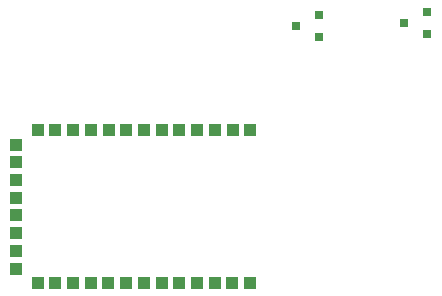
<source format=gbr>
G04 #@! TF.FileFunction,Paste,Top*
%FSLAX46Y46*%
G04 Gerber Fmt 4.6, Leading zero omitted, Abs format (unit mm)*
G04 Created by KiCad (PCBNEW (2015-07-26 BZR 5996)-product) date Wed 29 Jul 2015 11:17:57 PM EDT*
%MOMM*%
G01*
G04 APERTURE LIST*
%ADD10C,0.100000*%
%ADD11R,0.800100X0.800100*%
%ADD12R,1.000000X1.000000*%
G04 APERTURE END LIST*
D10*
D11*
X209280760Y-62418000D03*
X209280760Y-60518000D03*
X207281780Y-61468000D03*
X200136760Y-62672000D03*
X200136760Y-60772000D03*
X198137780Y-61722000D03*
D12*
X194300000Y-83462000D03*
X192800000Y-83462000D03*
X191300000Y-83462000D03*
X189800000Y-83462000D03*
X188300000Y-83462000D03*
X186800000Y-83462000D03*
X185300000Y-83462000D03*
X183800000Y-83462000D03*
X182300000Y-83462000D03*
X180800000Y-83462000D03*
X179300000Y-83462000D03*
X177800000Y-83462000D03*
X176300000Y-83462000D03*
X174510000Y-82232000D03*
X174510000Y-80732000D03*
X174510000Y-79232000D03*
X174510000Y-77732000D03*
X174510000Y-76232000D03*
X174510000Y-74732000D03*
X174510000Y-73232000D03*
X174510000Y-71732000D03*
X176310000Y-70462000D03*
X177810000Y-70462000D03*
X179310000Y-70462000D03*
X180810000Y-70462000D03*
X182310000Y-70462000D03*
X183810000Y-70462000D03*
X185310000Y-70462000D03*
X186810000Y-70462000D03*
X188310000Y-70462000D03*
X189810000Y-70462000D03*
X191310000Y-70462000D03*
X192810000Y-70462000D03*
X194310000Y-70462000D03*
M02*

</source>
